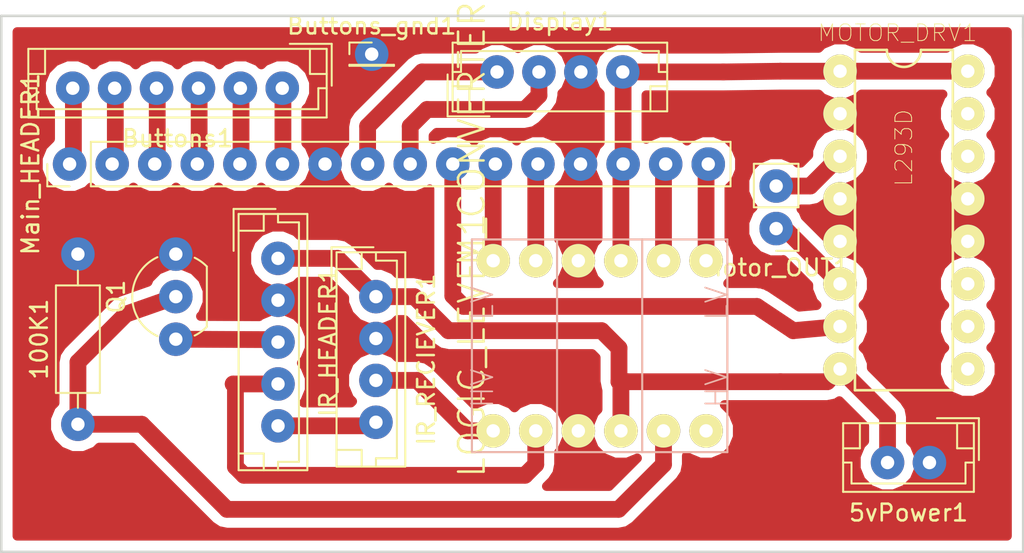
<source format=kicad_pcb>
(kicad_pcb (version 4) (host pcbnew 4.0.6-e0-6349~52~ubuntu17.04.1)

  (general
    (links 44)
    (no_connects 0)
    (area 90.348999 72.076001 151.459001 105.231001)
    (thickness 1.6)
    (drawings 6)
    (tracks 84)
    (zones 0)
    (modules 12)
    (nets 30)
  )

  (page A4)
  (layers
    (0 F.Cu signal)
    (31 B.Cu signal)
    (32 B.Adhes user)
    (33 F.Adhes user)
    (34 B.Paste user)
    (35 F.Paste user)
    (36 B.SilkS user)
    (37 F.SilkS user)
    (38 B.Mask user)
    (39 F.Mask user)
    (40 Dwgs.User user)
    (41 Cmts.User user)
    (42 Eco1.User user)
    (43 Eco2.User user)
    (44 Edge.Cuts user)
    (45 Margin user)
    (46 B.CrtYd user)
    (47 F.CrtYd user)
    (48 B.Fab user)
    (49 F.Fab user)
  )

  (setup
    (last_trace_width 1)
    (trace_clearance 0.2)
    (zone_clearance 0.6)
    (zone_45_only no)
    (trace_min 0.2)
    (segment_width 0.2)
    (edge_width 0.15)
    (via_size 0.6)
    (via_drill 0.4)
    (via_min_size 0.4)
    (via_min_drill 0.3)
    (uvia_size 0.3)
    (uvia_drill 0.1)
    (uvias_allowed no)
    (uvia_min_size 0.2)
    (uvia_min_drill 0.1)
    (pcb_text_width 0.3)
    (pcb_text_size 1.5 1.5)
    (mod_edge_width 0.15)
    (mod_text_size 1 1)
    (mod_text_width 0.15)
    (pad_size 2 2)
    (pad_drill 0.8)
    (pad_to_mask_clearance 0.2)
    (aux_axis_origin 90.424 105.156)
    (visible_elements FFFFFF7F)
    (pcbplotparams
      (layerselection 0x01000_00000001)
      (usegerberextensions false)
      (excludeedgelayer true)
      (linewidth 0.100000)
      (plotframeref false)
      (viasonmask false)
      (mode 1)
      (useauxorigin true)
      (hpglpennumber 1)
      (hpglpenspeed 20)
      (hpglpendiameter 15)
      (hpglpenoverlay 2)
      (psnegative false)
      (psa4output false)
      (plotreference true)
      (plotvalue true)
      (plotinvisibletext false)
      (padsonsilk false)
      (subtractmaskfromsilk false)
      (outputformat 1)
      (mirror false)
      (drillshape 0)
      (scaleselection 1)
      (outputdirectory gerber/))
  )

  (net 0 "")
  (net 1 GND)
  (net 2 +5V)
  (net 3 "Net-(100K1-Pad1)")
  (net 4 "Net-(Buttons1-Pad2)")
  (net 5 "Net-(Buttons1-Pad3)")
  (net 6 "Net-(Buttons1-Pad4)")
  (net 7 "Net-(Buttons1-Pad5)")
  (net 8 "Net-(Buttons1-Pad6)")
  (net 9 "Net-(Display1-Pad1)")
  (net 10 "Net-(Display1-Pad2)")
  (net 11 +3V3)
  (net 12 /IR_GND)
  (net 13 /M_FLASH_DI)
  (net 14 /HIT_LED_DI)
  (net 15 "Net-(M1-PadP$1)")
  (net 16 "Net-(M1-PadP$2)")
  (net 17 "Net-(M1-PadP$5)")
  (net 18 "Net-(M1-PadP$6)")
  (net 19 /IR_REC)
  (net 20 /MOTOR_ON)
  (net 21 "Net-(MOTOR_DRV1-Pad3)")
  (net 22 "Net-(MOTOR_DRV1-Pad6)")
  (net 23 "Net-(MOTOR_DRV1-Pad9)")
  (net 24 "Net-(MOTOR_DRV1-Pad10)")
  (net 25 "Net-(MOTOR_DRV1-Pad11)")
  (net 26 "Net-(MOTOR_DRV1-Pad14)")
  (net 27 "Net-(MOTOR_DRV1-Pad15)")
  (net 28 "Net-(M1-PadP$12)")
  (net 29 "Net-(Buttons1-Pad1)")

  (net_class Default "This is the default net class."
    (clearance 0.2)
    (trace_width 1)
    (via_dia 0.6)
    (via_drill 0.4)
    (uvia_dia 0.3)
    (uvia_drill 0.1)
    (add_net +3V3)
    (add_net +5V)
    (add_net /HIT_LED_DI)
    (add_net /IR_GND)
    (add_net /IR_REC)
    (add_net /MOTOR_ON)
    (add_net /M_FLASH_DI)
    (add_net GND)
    (add_net "Net-(100K1-Pad1)")
    (add_net "Net-(Buttons1-Pad1)")
    (add_net "Net-(Buttons1-Pad2)")
    (add_net "Net-(Buttons1-Pad3)")
    (add_net "Net-(Buttons1-Pad4)")
    (add_net "Net-(Buttons1-Pad5)")
    (add_net "Net-(Buttons1-Pad6)")
    (add_net "Net-(Display1-Pad1)")
    (add_net "Net-(Display1-Pad2)")
    (add_net "Net-(M1-PadP$1)")
    (add_net "Net-(M1-PadP$12)")
    (add_net "Net-(M1-PadP$2)")
    (add_net "Net-(M1-PadP$5)")
    (add_net "Net-(M1-PadP$6)")
    (add_net "Net-(MOTOR_DRV1-Pad10)")
    (add_net "Net-(MOTOR_DRV1-Pad11)")
    (add_net "Net-(MOTOR_DRV1-Pad14)")
    (add_net "Net-(MOTOR_DRV1-Pad15)")
    (add_net "Net-(MOTOR_DRV1-Pad3)")
    (add_net "Net-(MOTOR_DRV1-Pad6)")
    (add_net "Net-(MOTOR_DRV1-Pad9)")
  )

  (module SparkFun-Boards:LOGIC_LEVEL_CONVERTER (layer F.Cu) (tedit 59669E1C) (tstamp 596690AF)
    (at 118.5 86.5 270)
    (path /5966574C)
    (attr virtual)
    (fp_text reference M1 (at 0 0 270) (layer F.SilkS)
      (effects (font (thickness 0.15)))
    )
    (fp_text value LOGIC_LEVEL_CONVERTER (at 0 0 270) (layer F.SilkS)
      (effects (font (thickness 0.15)))
    )
    (fp_line (start 0 0) (end 0 -5.08) (layer B.SilkS) (width 0.127))
    (fp_line (start 0 -5.08) (end 0 -10.16) (layer B.SilkS) (width 0.127))
    (fp_line (start 0 -10.16) (end 0 -15.24) (layer B.SilkS) (width 0.127))
    (fp_line (start 0 -15.24) (end 12.7 -15.24) (layer B.SilkS) (width 0.127))
    (fp_line (start 12.7 -15.24) (end 12.7 -10.16) (layer B.SilkS) (width 0.127))
    (fp_line (start 12.7 -10.16) (end 12.7 -5.08) (layer B.SilkS) (width 0.127))
    (fp_line (start 12.7 -5.08) (end 12.7 0) (layer B.SilkS) (width 0.127))
    (fp_line (start 12.7 0) (end 0 0) (layer B.SilkS) (width 0.127))
    (fp_line (start 0 -10.16) (end 12.7 -10.16) (layer B.SilkS) (width 0.127))
    (fp_line (start 0 -5.08) (end 12.7 -5.08) (layer B.SilkS) (width 0.127))
    (fp_text user LV (at 3.81 -14.605 270) (layer B.SilkS)
      (effects (font (size 1.27 1.27) (thickness 0.1016)))
    )
    (fp_text user LV (at 3.81 -0.635 270) (layer B.SilkS)
      (effects (font (size 1.27 1.27) (thickness 0.1016)))
    )
    (fp_text user HV (at 8.89 -14.605 270) (layer B.SilkS)
      (effects (font (size 1.27 1.27) (thickness 0.1016)))
    )
    (fp_text user HV (at 8.89 -0.635 270) (layer B.SilkS)
      (effects (font (size 1.27 1.27) (thickness 0.1016)))
    )
    (pad P$1 thru_hole circle (at 1.27 -13.97 270) (size 2 2) (drill 0.8) (layers *.Cu F.Paste F.SilkS F.Mask)
      (net 15 "Net-(M1-PadP$1)"))
    (pad P$2 thru_hole circle (at 1.27 -11.43 270) (size 2 2) (drill 0.8) (layers *.Cu F.Paste F.SilkS F.Mask)
      (net 16 "Net-(M1-PadP$2)"))
    (pad P$3 thru_hole circle (at 1.27 -8.89 270) (size 2 2) (drill 0.8) (layers *.Cu F.Paste F.SilkS F.Mask)
      (net 11 +3V3))
    (pad P$4 thru_hole circle (at 1.27 -6.35 270) (size 2 2) (drill 0.8) (layers *.Cu F.Paste F.SilkS F.Mask)
      (net 1 GND))
    (pad P$5 thru_hole circle (at 1.27 -3.81 270) (size 2 2) (drill 0.8) (layers *.Cu F.Paste F.SilkS F.Mask)
      (net 17 "Net-(M1-PadP$5)"))
    (pad P$6 thru_hole circle (at 1.27 -1.27 270) (size 2 2) (drill 0.8) (layers *.Cu F.Paste F.SilkS F.Mask)
      (net 18 "Net-(M1-PadP$6)"))
    (pad P$7 thru_hole circle (at 11.43 -1.27 270) (size 2 2) (drill 0.8) (layers *.Cu F.Paste F.SilkS F.Mask)
      (net 19 /IR_REC))
    (pad P$8 thru_hole circle (at 11.43 -3.81 270) (size 2 2) (drill 0.8) (layers *.Cu F.Paste F.SilkS F.Mask)
      (net 13 /M_FLASH_DI))
    (pad P$9 thru_hole circle (at 11.43 -6.35 270) (size 2 2) (drill 0.8) (layers *.Cu F.Paste F.SilkS F.Mask)
      (net 1 GND))
    (pad P$10 thru_hole circle (at 11.43 -8.89 270) (size 2 2) (drill 0.8) (layers *.Cu F.Paste F.SilkS F.Mask)
      (net 2 +5V))
    (pad P$11 thru_hole circle (at 11.43 -11.43 270) (size 2 2) (drill 0.8) (layers *.Cu F.Paste F.SilkS F.Mask)
      (net 3 "Net-(100K1-Pad1)"))
    (pad P$12 thru_hole circle (at 11.43 -13.97 270) (size 2 2) (drill 0.8) (layers *.Cu F.Paste F.SilkS F.Mask)
      (net 28 "Net-(M1-PadP$12)"))
  )

  (module Socket_Strips:Socket_Strip_Straight_1x16_Pitch2.54mm (layer F.Cu) (tedit 59669C83) (tstamp 596690C3)
    (at 94.5 82 90)
    (descr "Through hole straight socket strip, 1x16, 2.54mm pitch, single row")
    (tags "Through hole socket strip THT 1x16 2.54mm single row")
    (path /596655A8)
    (fp_text reference Main_HEADER1 (at 0 -2.33 90) (layer F.SilkS)
      (effects (font (size 1 1) (thickness 0.15)))
    )
    (fp_text value CONN_01X16 (at 0 40.43 90) (layer F.Fab)
      (effects (font (size 1 1) (thickness 0.15)))
    )
    (fp_line (start -1.27 -1.27) (end -1.27 39.37) (layer F.Fab) (width 0.1))
    (fp_line (start -1.27 39.37) (end 1.27 39.37) (layer F.Fab) (width 0.1))
    (fp_line (start 1.27 39.37) (end 1.27 -1.27) (layer F.Fab) (width 0.1))
    (fp_line (start 1.27 -1.27) (end -1.27 -1.27) (layer F.Fab) (width 0.1))
    (fp_line (start -1.33 1.27) (end -1.33 39.43) (layer F.SilkS) (width 0.12))
    (fp_line (start -1.33 39.43) (end 1.33 39.43) (layer F.SilkS) (width 0.12))
    (fp_line (start 1.33 39.43) (end 1.33 1.27) (layer F.SilkS) (width 0.12))
    (fp_line (start 1.33 1.27) (end -1.33 1.27) (layer F.SilkS) (width 0.12))
    (fp_line (start -1.33 0) (end -1.33 -1.33) (layer F.SilkS) (width 0.12))
    (fp_line (start -1.33 -1.33) (end 0 -1.33) (layer F.SilkS) (width 0.12))
    (fp_line (start -1.8 -1.8) (end -1.8 39.9) (layer F.CrtYd) (width 0.05))
    (fp_line (start -1.8 39.9) (end 1.8 39.9) (layer F.CrtYd) (width 0.05))
    (fp_line (start 1.8 39.9) (end 1.8 -1.8) (layer F.CrtYd) (width 0.05))
    (fp_line (start 1.8 -1.8) (end -1.8 -1.8) (layer F.CrtYd) (width 0.05))
    (fp_text user %R (at 0 -2.33 90) (layer F.Fab)
      (effects (font (size 1 1) (thickness 0.15)))
    )
    (pad 1 thru_hole circle (at 0 0 90) (size 2 2) (drill 0.8) (layers *.Cu *.Mask)
      (net 8 "Net-(Buttons1-Pad6)"))
    (pad 2 thru_hole circle (at 0 2.54 90) (size 2 2) (drill 0.8) (layers *.Cu *.Mask)
      (net 7 "Net-(Buttons1-Pad5)"))
    (pad 3 thru_hole circle (at 0 5.08 90) (size 2 2) (drill 0.8) (layers *.Cu *.Mask)
      (net 6 "Net-(Buttons1-Pad4)"))
    (pad 4 thru_hole circle (at 0 7.62 90) (size 2 2) (drill 0.8) (layers *.Cu *.Mask)
      (net 5 "Net-(Buttons1-Pad3)"))
    (pad 5 thru_hole circle (at 0 10.16 90) (size 2 2) (drill 0.8) (layers *.Cu *.Mask)
      (net 4 "Net-(Buttons1-Pad2)"))
    (pad 6 thru_hole circle (at 0 12.7 90) (size 2 2) (drill 0.8) (layers *.Cu *.Mask)
      (net 29 "Net-(Buttons1-Pad1)"))
    (pad 7 thru_hole circle (at 0 15.24 90) (size 2 2) (drill 0.8) (layers *.Cu *.Mask)
      (net 1 GND))
    (pad 8 thru_hole circle (at 0 17.78 90) (size 2 2) (drill 0.8) (layers *.Cu *.Mask)
      (net 9 "Net-(Display1-Pad1)"))
    (pad 9 thru_hole circle (at 0 20.32 90) (size 2 2) (drill 0.8) (layers *.Cu *.Mask)
      (net 10 "Net-(Display1-Pad2)"))
    (pad 10 thru_hole circle (at 0 22.86 90) (size 2 2) (drill 0.8) (layers *.Cu *.Mask)
      (net 20 /MOTOR_ON))
    (pad 11 thru_hole circle (at 0 25.4 90) (size 2 2) (drill 0.8) (layers *.Cu *.Mask)
      (net 18 "Net-(M1-PadP$6)"))
    (pad 12 thru_hole circle (at 0 27.94 90) (size 2 2) (drill 0.8) (layers *.Cu *.Mask)
      (net 17 "Net-(M1-PadP$5)"))
    (pad 13 thru_hole circle (at 0 30.48 90) (size 2 2) (drill 0.8) (layers *.Cu *.Mask)
      (net 1 GND))
    (pad 14 thru_hole circle (at 0 33.02 90) (size 2 2) (drill 0.8) (layers *.Cu *.Mask)
      (net 11 +3V3))
    (pad 15 thru_hole circle (at 0 35.56 90) (size 2 2) (drill 0.8) (layers *.Cu *.Mask)
      (net 16 "Net-(M1-PadP$2)"))
    (pad 16 thru_hole circle (at 0 38.1 90) (size 2 2) (drill 0.8) (layers *.Cu *.Mask)
      (net 15 "Net-(M1-PadP$1)"))
    (model ${KISYS3DMOD}/Socket_Strips.3dshapes/Socket_Strip_Straight_1x16_Pitch2.54mm.wrl
      (at (xyz 0 -0.75 0))
      (scale (xyz 1 1 1))
      (rotate (xyz 0 0 270))
    )
  )

  (module L293D:DIL16 (layer F.Cu) (tedit 59669E79) (tstamp 596690D7)
    (at 144.272 85.344 270)
    (descr "<b>Dual In Line Package</b>")
    (path /59665694)
    (fp_text reference MOTOR_DRV1 (at -11.176 0.381 360) (layer F.SilkS)
      (effects (font (size 1 1) (thickness 0.05)))
    )
    (fp_text value L293D (at -4.318 0 270) (layer F.SilkS)
      (effects (font (size 1 1) (thickness 0.05)))
    )
    (fp_line (start 10.16 -2.921) (end -10.16 -2.921) (layer F.SilkS) (width 0.1524))
    (fp_line (start -10.16 2.921) (end 10.16 2.921) (layer F.SilkS) (width 0.1524))
    (fp_line (start 10.16 -2.921) (end 10.16 2.921) (layer F.SilkS) (width 0.1524))
    (fp_line (start -10.16 -2.921) (end -10.16 -1.016) (layer F.SilkS) (width 0.1524))
    (fp_line (start -10.16 2.921) (end -10.16 1.016) (layer F.SilkS) (width 0.1524))
    (fp_arc (start -10.16 0) (end -10.16 1.016) (angle -180) (layer F.SilkS) (width 0.1524))
    (pad 1 thru_hole circle (at -8.89 3.81) (size 2 2) (drill 0.8) (layers *.Cu *.Mask F.SilkS)
      (net 11 +3V3))
    (pad 2 thru_hole circle (at -6.35 3.81) (size 2 2) (drill 0.8) (layers *.Cu *.Mask F.SilkS)
      (net 1 GND))
    (pad 7 thru_hole circle (at 6.35 3.81) (size 2 2) (drill 0.8) (layers *.Cu *.Mask F.SilkS)
      (net 20 /MOTOR_ON))
    (pad 8 thru_hole circle (at 8.89 3.81) (size 2 2) (drill 0.8) (layers *.Cu *.Mask F.SilkS)
      (net 2 +5V))
    (pad 3 thru_hole circle (at -3.81 3.81) (size 2 2) (drill 0.8) (layers *.Cu *.Mask F.SilkS)
      (net 21 "Net-(MOTOR_DRV1-Pad3)"))
    (pad 4 thru_hole circle (at -1.27 3.81) (size 2 2) (drill 0.8) (layers *.Cu *.Mask F.SilkS)
      (net 1 GND))
    (pad 6 thru_hole circle (at 3.81 3.81) (size 2 2) (drill 0.8) (layers *.Cu *.Mask F.SilkS)
      (net 22 "Net-(MOTOR_DRV1-Pad6)"))
    (pad 5 thru_hole circle (at 1.27 3.81) (size 2 2) (drill 0.8) (layers *.Cu *.Mask F.SilkS)
      (net 1 GND))
    (pad 9 thru_hole circle (at 8.89 -3.81) (size 2 2) (drill 0.8) (layers *.Cu *.Mask F.SilkS)
      (net 23 "Net-(MOTOR_DRV1-Pad9)"))
    (pad 10 thru_hole circle (at 6.35 -3.81) (size 2 2) (drill 0.8) (layers *.Cu *.Mask F.SilkS)
      (net 24 "Net-(MOTOR_DRV1-Pad10)"))
    (pad 11 thru_hole circle (at 3.81 -3.81) (size 2 2) (drill 0.8) (layers *.Cu *.Mask F.SilkS)
      (net 25 "Net-(MOTOR_DRV1-Pad11)"))
    (pad 12 thru_hole circle (at 1.27 -3.81) (size 2 2) (drill 0.8) (layers *.Cu *.Mask F.SilkS)
      (net 1 GND))
    (pad 13 thru_hole circle (at -1.27 -3.81) (size 2 2) (drill 0.8) (layers *.Cu *.Mask F.SilkS)
      (net 1 GND))
    (pad 14 thru_hole circle (at -3.81 -3.81) (size 2 2) (drill 0.8) (layers *.Cu *.Mask F.SilkS)
      (net 26 "Net-(MOTOR_DRV1-Pad14)"))
    (pad 15 thru_hole circle (at -6.35 -3.81) (size 2 2) (drill 0.8) (layers *.Cu *.Mask F.SilkS)
      (net 27 "Net-(MOTOR_DRV1-Pad15)"))
    (pad 16 thru_hole circle (at -8.89 -3.81) (size 2 2) (drill 0.8) (layers *.Cu *.Mask F.SilkS)
      (net 11 +3V3))
  )

  (module Socket_Strips:Socket_Strip_Straight_1x02_Pitch2.54mm (layer F.Cu) (tedit 59669E56) (tstamp 596690DD)
    (at 136.652 85.852 180)
    (descr "Through hole straight socket strip, 1x02, 2.54mm pitch, single row")
    (tags "Through hole socket strip THT 1x02 2.54mm single row")
    (path /59665934)
    (fp_text reference Motor_OUT1 (at 0 -2.33 180) (layer F.SilkS)
      (effects (font (size 1 1) (thickness 0.15)))
    )
    (fp_text value CONN_01X02 (at 0 4.87 180) (layer F.Fab)
      (effects (font (size 1 1) (thickness 0.15)))
    )
    (fp_line (start -1.27 -1.27) (end -1.27 3.81) (layer F.Fab) (width 0.1))
    (fp_line (start -1.27 3.81) (end 1.27 3.81) (layer F.Fab) (width 0.1))
    (fp_line (start 1.27 3.81) (end 1.27 -1.27) (layer F.Fab) (width 0.1))
    (fp_line (start 1.27 -1.27) (end -1.27 -1.27) (layer F.Fab) (width 0.1))
    (fp_line (start -1.33 1.27) (end -1.33 3.87) (layer F.SilkS) (width 0.12))
    (fp_line (start -1.33 3.87) (end 1.33 3.87) (layer F.SilkS) (width 0.12))
    (fp_line (start 1.33 3.87) (end 1.33 1.27) (layer F.SilkS) (width 0.12))
    (fp_line (start 1.33 1.27) (end -1.33 1.27) (layer F.SilkS) (width 0.12))
    (fp_line (start -1.33 0) (end -1.33 -1.33) (layer F.SilkS) (width 0.12))
    (fp_line (start -1.33 -1.33) (end 0 -1.33) (layer F.SilkS) (width 0.12))
    (fp_line (start -1.8 -1.8) (end -1.8 4.35) (layer F.CrtYd) (width 0.05))
    (fp_line (start -1.8 4.35) (end 1.8 4.35) (layer F.CrtYd) (width 0.05))
    (fp_line (start 1.8 4.35) (end 1.8 -1.8) (layer F.CrtYd) (width 0.05))
    (fp_line (start 1.8 -1.8) (end -1.8 -1.8) (layer F.CrtYd) (width 0.05))
    (fp_text user %R (at 0 -2.33 180) (layer F.Fab)
      (effects (font (size 1 1) (thickness 0.15)))
    )
    (pad 1 thru_hole circle (at 0 0 180) (size 2 2) (drill 0.8) (layers *.Cu *.Mask)
      (net 22 "Net-(MOTOR_DRV1-Pad6)"))
    (pad 2 thru_hole circle (at 0 2.54 180) (size 2 2) (drill 0.8) (layers *.Cu *.Mask)
      (net 21 "Net-(MOTOR_DRV1-Pad3)"))
    (model ${KISYS3DMOD}/Socket_Strips.3dshapes/Socket_Strip_Straight_1x02_Pitch2.54mm.wrl
      (at (xyz 0 -0.05 0))
      (scale (xyz 1 1 1))
      (rotate (xyz 0 0 270))
    )
  )

  (module Resistors_THT:R_Axial_DIN0207_L6.3mm_D2.5mm_P10.16mm_Horizontal (layer F.Cu) (tedit 59669D0D) (tstamp 596692D0)
    (at 94.996 97.536 90)
    (descr "Resistor, Axial_DIN0207 series, Axial, Horizontal, pin pitch=10.16mm, 0.25W = 1/4W, length*diameter=6.3*2.5mm^2, http://cdn-reichelt.de/documents/datenblatt/B400/1_4W%23YAG.pdf")
    (tags "Resistor Axial_DIN0207 series Axial Horizontal pin pitch 10.16mm 0.25W = 1/4W length 6.3mm diameter 2.5mm")
    (path /59667209)
    (fp_text reference 100K1 (at 5.08 -2.31 90) (layer F.SilkS)
      (effects (font (size 1 1) (thickness 0.15)))
    )
    (fp_text value R (at 5.08 2.31 90) (layer F.Fab)
      (effects (font (size 1 1) (thickness 0.15)))
    )
    (fp_line (start 1.93 -1.25) (end 1.93 1.25) (layer F.Fab) (width 0.1))
    (fp_line (start 1.93 1.25) (end 8.23 1.25) (layer F.Fab) (width 0.1))
    (fp_line (start 8.23 1.25) (end 8.23 -1.25) (layer F.Fab) (width 0.1))
    (fp_line (start 8.23 -1.25) (end 1.93 -1.25) (layer F.Fab) (width 0.1))
    (fp_line (start 0 0) (end 1.93 0) (layer F.Fab) (width 0.1))
    (fp_line (start 10.16 0) (end 8.23 0) (layer F.Fab) (width 0.1))
    (fp_line (start 1.87 -1.31) (end 1.87 1.31) (layer F.SilkS) (width 0.12))
    (fp_line (start 1.87 1.31) (end 8.29 1.31) (layer F.SilkS) (width 0.12))
    (fp_line (start 8.29 1.31) (end 8.29 -1.31) (layer F.SilkS) (width 0.12))
    (fp_line (start 8.29 -1.31) (end 1.87 -1.31) (layer F.SilkS) (width 0.12))
    (fp_line (start 0.98 0) (end 1.87 0) (layer F.SilkS) (width 0.12))
    (fp_line (start 9.18 0) (end 8.29 0) (layer F.SilkS) (width 0.12))
    (fp_line (start -1.05 -1.6) (end -1.05 1.6) (layer F.CrtYd) (width 0.05))
    (fp_line (start -1.05 1.6) (end 11.25 1.6) (layer F.CrtYd) (width 0.05))
    (fp_line (start 11.25 1.6) (end 11.25 -1.6) (layer F.CrtYd) (width 0.05))
    (fp_line (start 11.25 -1.6) (end -1.05 -1.6) (layer F.CrtYd) (width 0.05))
    (pad 1 thru_hole circle (at 0 0 90) (size 2 2) (drill 0.8) (layers *.Cu *.Mask)
      (net 3 "Net-(100K1-Pad1)"))
    (pad 2 thru_hole circle (at 10.16 0 90) (size 2 2) (drill 0.8) (layers *.Cu *.Mask)
      (net 1 GND))
    (model Resistors_THT.3dshapes/R_Axial_DIN0207_L6.3mm_D2.5mm_P10.16mm_Horizontal.wrl
      (at (xyz 0 0 0))
      (scale (xyz 0.393701 0.393701 0.393701))
      (rotate (xyz 0 0 0))
    )
  )

  (module TO_SOT_Packages_THT:TO-92_Inline_Wide (layer F.Cu) (tedit 59669DDF) (tstamp 59669F32)
    (at 100.838 92.456 90)
    (descr "TO-92 leads in-line, wide, drill 0.8mm (see NXP sot054_po.pdf)")
    (tags "to-92 sc-43 sc-43a sot54 PA33 transistor")
    (path /596671C4)
    (fp_text reference Q1 (at 2.54 -3.56 270) (layer F.SilkS)
      (effects (font (size 1 1) (thickness 0.15)))
    )
    (fp_text value BS170 (at 2.54 2.79 90) (layer F.Fab)
      (effects (font (size 1 1) (thickness 0.15)))
    )
    (fp_text user %R (at 2.54 -3.56 270) (layer F.Fab)
      (effects (font (size 1 1) (thickness 0.15)))
    )
    (fp_line (start 0.74 1.85) (end 4.34 1.85) (layer F.SilkS) (width 0.12))
    (fp_line (start 0.8 1.75) (end 4.3 1.75) (layer F.Fab) (width 0.1))
    (fp_line (start -1.01 -2.73) (end 6.09 -2.73) (layer F.CrtYd) (width 0.05))
    (fp_line (start -1.01 -2.73) (end -1.01 2.01) (layer F.CrtYd) (width 0.05))
    (fp_line (start 6.09 2.01) (end 6.09 -2.73) (layer F.CrtYd) (width 0.05))
    (fp_line (start 6.09 2.01) (end -1.01 2.01) (layer F.CrtYd) (width 0.05))
    (fp_arc (start 2.54 0) (end 0.74 1.85) (angle 20) (layer F.SilkS) (width 0.12))
    (fp_arc (start 2.54 0) (end 2.54 -2.6) (angle -65) (layer F.SilkS) (width 0.12))
    (fp_arc (start 2.54 0) (end 2.54 -2.6) (angle 65) (layer F.SilkS) (width 0.12))
    (fp_arc (start 2.54 0) (end 2.54 -2.48) (angle 135) (layer F.Fab) (width 0.1))
    (fp_arc (start 2.54 0) (end 2.54 -2.48) (angle -135) (layer F.Fab) (width 0.1))
    (fp_arc (start 2.54 0) (end 4.34 1.85) (angle -20) (layer F.SilkS) (width 0.12))
    (pad 2 thru_hole circle (at 2.54 0 180) (size 2 2) (drill 0.8) (layers *.Cu *.Mask)
      (net 3 "Net-(100K1-Pad1)"))
    (pad 3 thru_hole circle (at 5.08 0 180) (size 2 2) (drill 0.8) (layers *.Cu *.Mask)
      (net 1 GND))
    (pad 1 thru_hole circle (at 0 0 180) (size 2 2) (drill 0.8) (layers *.Cu *.Mask)
      (net 12 /IR_GND))
    (model ${KISYS3DMOD}/TO_SOT_Packages_THT.3dshapes/TO-92_Inline_Wide.wrl
      (at (xyz 0.1 0 0))
      (scale (xyz 1 1 1))
      (rotate (xyz 0 0 -90))
    )
  )

  (module Connectors_JST:JST_EH_B02B-EH-A_02x2.50mm_Straight (layer F.Cu) (tedit 596A1776) (tstamp 596A0EF8)
    (at 145.796 99.822 180)
    (descr "JST EH series connector, B02B-EH-A, 2.50mm pitch, top entry")
    (tags "connector jst eh top vertical straight")
    (path /59666652)
    (fp_text reference 5vPower1 (at 1.25 -3 180) (layer F.SilkS)
      (effects (font (size 1 1) (thickness 0.15)))
    )
    (fp_text value CONN_01X02 (at 1.25 3.5 180) (layer F.Fab)
      (effects (font (size 1 1) (thickness 0.15)))
    )
    (fp_text user %R (at 1.25 -3 180) (layer F.Fab)
      (effects (font (size 1 1) (thickness 0.15)))
    )
    (fp_line (start -2.5 -1.6) (end -2.5 2.2) (layer F.Fab) (width 0.1))
    (fp_line (start -2.5 2.2) (end 5 2.2) (layer F.Fab) (width 0.1))
    (fp_line (start 5 2.2) (end 5 -1.6) (layer F.Fab) (width 0.1))
    (fp_line (start 5 -1.6) (end -2.5 -1.6) (layer F.Fab) (width 0.1))
    (fp_line (start -2.65 -1.75) (end -2.65 2.35) (layer F.SilkS) (width 0.12))
    (fp_line (start -2.65 2.35) (end 5.15 2.35) (layer F.SilkS) (width 0.12))
    (fp_line (start 5.15 2.35) (end 5.15 -1.75) (layer F.SilkS) (width 0.12))
    (fp_line (start 5.15 -1.75) (end -2.65 -1.75) (layer F.SilkS) (width 0.12))
    (fp_line (start -2.65 0) (end -2.15 0) (layer F.SilkS) (width 0.12))
    (fp_line (start -2.15 0) (end -2.15 -1.25) (layer F.SilkS) (width 0.12))
    (fp_line (start -2.15 -1.25) (end 4.65 -1.25) (layer F.SilkS) (width 0.12))
    (fp_line (start 4.65 -1.25) (end 4.65 0) (layer F.SilkS) (width 0.12))
    (fp_line (start 4.65 0) (end 5.15 0) (layer F.SilkS) (width 0.12))
    (fp_line (start -2.65 0.85) (end -1.65 0.85) (layer F.SilkS) (width 0.12))
    (fp_line (start -1.65 0.85) (end -1.65 2.35) (layer F.SilkS) (width 0.12))
    (fp_line (start 5.15 0.85) (end 4.15 0.85) (layer F.SilkS) (width 0.12))
    (fp_line (start 4.15 0.85) (end 4.15 2.35) (layer F.SilkS) (width 0.12))
    (fp_line (start -2.95 0.15) (end -2.95 2.65) (layer F.SilkS) (width 0.12))
    (fp_line (start -2.95 2.65) (end -0.45 2.65) (layer F.SilkS) (width 0.12))
    (fp_line (start -2.95 0.15) (end -2.95 2.65) (layer F.Fab) (width 0.1))
    (fp_line (start -2.95 2.65) (end -0.45 2.65) (layer F.Fab) (width 0.1))
    (fp_line (start -3.15 -2.25) (end -3.15 2.85) (layer F.CrtYd) (width 0.05))
    (fp_line (start -3.15 2.85) (end 5.65 2.85) (layer F.CrtYd) (width 0.05))
    (fp_line (start 5.65 2.85) (end 5.65 -2.25) (layer F.CrtYd) (width 0.05))
    (fp_line (start 5.65 -2.25) (end -3.15 -2.25) (layer F.CrtYd) (width 0.05))
    (pad 1 thru_hole circle (at 0 0 180) (size 2 2) (drill 0.8) (layers *.Cu *.Mask)
      (net 1 GND))
    (pad 2 thru_hole circle (at 2.5 0 180) (size 2 2) (drill 0.8) (layers *.Cu *.Mask)
      (net 2 +5V))
    (model Connectors_JST.3dshapes/JST_EH_B02B-EH-A_02x2.50mm_Straight.wrl
      (at (xyz 0 0 0))
      (scale (xyz 1 1 1))
      (rotate (xyz 0 0 0))
    )
  )

  (module Connectors_JST:JST_EH_B04B-EH-A_04x2.50mm_Straight (layer F.Cu) (tedit 596A1034) (tstamp 596A0FE0)
    (at 120 76.5)
    (descr "JST EH series connector, B04B-EH-A, 2.50mm pitch, top entry")
    (tags "connector jst eh top vertical straight")
    (path /596661F2)
    (fp_text reference Display1 (at 3.75 -3) (layer F.SilkS)
      (effects (font (size 1 1) (thickness 0.15)))
    )
    (fp_text value CONN_01X04 (at 3.75 3.5) (layer F.Fab)
      (effects (font (size 1 1) (thickness 0.15)))
    )
    (fp_text user %R (at 3.75 -3) (layer F.Fab)
      (effects (font (size 1 1) (thickness 0.15)))
    )
    (fp_line (start -2.5 -1.6) (end -2.5 2.2) (layer F.Fab) (width 0.1))
    (fp_line (start -2.5 2.2) (end 10 2.2) (layer F.Fab) (width 0.1))
    (fp_line (start 10 2.2) (end 10 -1.6) (layer F.Fab) (width 0.1))
    (fp_line (start 10 -1.6) (end -2.5 -1.6) (layer F.Fab) (width 0.1))
    (fp_line (start -2.65 -1.75) (end -2.65 2.35) (layer F.SilkS) (width 0.12))
    (fp_line (start -2.65 2.35) (end 10.15 2.35) (layer F.SilkS) (width 0.12))
    (fp_line (start 10.15 2.35) (end 10.15 -1.75) (layer F.SilkS) (width 0.12))
    (fp_line (start 10.15 -1.75) (end -2.65 -1.75) (layer F.SilkS) (width 0.12))
    (fp_line (start -2.65 0) (end -2.15 0) (layer F.SilkS) (width 0.12))
    (fp_line (start -2.15 0) (end -2.15 -1.25) (layer F.SilkS) (width 0.12))
    (fp_line (start -2.15 -1.25) (end 9.65 -1.25) (layer F.SilkS) (width 0.12))
    (fp_line (start 9.65 -1.25) (end 9.65 0) (layer F.SilkS) (width 0.12))
    (fp_line (start 9.65 0) (end 10.15 0) (layer F.SilkS) (width 0.12))
    (fp_line (start -2.65 0.85) (end -1.65 0.85) (layer F.SilkS) (width 0.12))
    (fp_line (start -1.65 0.85) (end -1.65 2.35) (layer F.SilkS) (width 0.12))
    (fp_line (start 10.15 0.85) (end 9.15 0.85) (layer F.SilkS) (width 0.12))
    (fp_line (start 9.15 0.85) (end 9.15 2.35) (layer F.SilkS) (width 0.12))
    (fp_line (start -2.95 0.15) (end -2.95 2.65) (layer F.SilkS) (width 0.12))
    (fp_line (start -2.95 2.65) (end -0.45 2.65) (layer F.SilkS) (width 0.12))
    (fp_line (start -2.95 0.15) (end -2.95 2.65) (layer F.Fab) (width 0.1))
    (fp_line (start -2.95 2.65) (end -0.45 2.65) (layer F.Fab) (width 0.1))
    (fp_line (start -3.15 -2.25) (end -3.15 2.85) (layer F.CrtYd) (width 0.05))
    (fp_line (start -3.15 2.85) (end 10.65 2.85) (layer F.CrtYd) (width 0.05))
    (fp_line (start 10.65 2.85) (end 10.65 -2.25) (layer F.CrtYd) (width 0.05))
    (fp_line (start 10.65 -2.25) (end -3.15 -2.25) (layer F.CrtYd) (width 0.05))
    (pad 1 thru_hole circle (at 0 0) (size 2 2) (drill 0.8) (layers *.Cu *.Mask)
      (net 9 "Net-(Display1-Pad1)"))
    (pad 2 thru_hole circle (at 2.5 0) (size 2 2) (drill 0.8) (layers *.Cu *.Mask)
      (net 10 "Net-(Display1-Pad2)"))
    (pad 3 thru_hole circle (at 5 0) (size 2 2) (drill 0.8) (layers *.Cu *.Mask)
      (net 1 GND))
    (pad 4 thru_hole circle (at 7.5 0) (size 2 2) (drill 0.8) (layers *.Cu *.Mask)
      (net 11 +3V3))
    (model Connectors_JST.3dshapes/JST_EH_B04B-EH-A_04x2.50mm_Straight.wrl
      (at (xyz 0 0 0))
      (scale (xyz 1 1 1))
      (rotate (xyz 0 0 0))
    )
  )

  (module Connectors_JST:JST_EH_B05B-EH-A_05x2.50mm_Straight (layer F.Cu) (tedit 596A1749) (tstamp 596A14B0)
    (at 106.934 87.63 270)
    (descr "JST EH series connector, B05B-EH-A, 2.50mm pitch, top entry")
    (tags "connector jst eh top vertical straight")
    (path /596A1441)
    (fp_text reference IR_HEADER1 (at 5 -3 270) (layer F.SilkS)
      (effects (font (size 1 1) (thickness 0.15)))
    )
    (fp_text value CONN_01X05 (at 5 3.5 270) (layer F.Fab)
      (effects (font (size 1 1) (thickness 0.15)))
    )
    (fp_text user %R (at 5 -3 270) (layer F.Fab)
      (effects (font (size 1 1) (thickness 0.15)))
    )
    (fp_line (start -2.5 -1.6) (end -2.5 2.2) (layer F.Fab) (width 0.1))
    (fp_line (start -2.5 2.2) (end 12.5 2.2) (layer F.Fab) (width 0.1))
    (fp_line (start 12.5 2.2) (end 12.5 -1.6) (layer F.Fab) (width 0.1))
    (fp_line (start 12.5 -1.6) (end -2.5 -1.6) (layer F.Fab) (width 0.1))
    (fp_line (start -2.65 -1.75) (end -2.65 2.35) (layer F.SilkS) (width 0.12))
    (fp_line (start -2.65 2.35) (end 12.65 2.35) (layer F.SilkS) (width 0.12))
    (fp_line (start 12.65 2.35) (end 12.65 -1.75) (layer F.SilkS) (width 0.12))
    (fp_line (start 12.65 -1.75) (end -2.65 -1.75) (layer F.SilkS) (width 0.12))
    (fp_line (start -2.65 0) (end -2.15 0) (layer F.SilkS) (width 0.12))
    (fp_line (start -2.15 0) (end -2.15 -1.25) (layer F.SilkS) (width 0.12))
    (fp_line (start -2.15 -1.25) (end 12.15 -1.25) (layer F.SilkS) (width 0.12))
    (fp_line (start 12.15 -1.25) (end 12.15 0) (layer F.SilkS) (width 0.12))
    (fp_line (start 12.15 0) (end 12.65 0) (layer F.SilkS) (width 0.12))
    (fp_line (start -2.65 0.85) (end -1.65 0.85) (layer F.SilkS) (width 0.12))
    (fp_line (start -1.65 0.85) (end -1.65 2.35) (layer F.SilkS) (width 0.12))
    (fp_line (start 12.65 0.85) (end 11.65 0.85) (layer F.SilkS) (width 0.12))
    (fp_line (start 11.65 0.85) (end 11.65 2.35) (layer F.SilkS) (width 0.12))
    (fp_line (start -2.95 0.15) (end -2.95 2.65) (layer F.SilkS) (width 0.12))
    (fp_line (start -2.95 2.65) (end -0.45 2.65) (layer F.SilkS) (width 0.12))
    (fp_line (start -2.95 0.15) (end -2.95 2.65) (layer F.Fab) (width 0.1))
    (fp_line (start -2.95 2.65) (end -0.45 2.65) (layer F.Fab) (width 0.1))
    (fp_line (start -3.15 -2.25) (end -3.15 2.85) (layer F.CrtYd) (width 0.05))
    (fp_line (start -3.15 2.85) (end 13.15 2.85) (layer F.CrtYd) (width 0.05))
    (fp_line (start 13.15 2.85) (end 13.15 -2.25) (layer F.CrtYd) (width 0.05))
    (fp_line (start 13.15 -2.25) (end -3.15 -2.25) (layer F.CrtYd) (width 0.05))
    (pad 1 thru_hole circle (at 0 0 270) (size 2 2) (drill 0.8) (layers *.Cu *.Mask)
      (net 2 +5V))
    (pad 2 thru_hole circle (at 2.5 0 270) (size 2 2) (drill 0.8) (layers *.Cu *.Mask)
      (net 1 GND))
    (pad 3 thru_hole circle (at 5 0 270) (size 2 2) (drill 0.8) (layers *.Cu *.Mask)
      (net 12 /IR_GND))
    (pad 4 thru_hole circle (at 7.5 0 270) (size 2 2) (drill 0.8) (layers *.Cu *.Mask)
      (net 13 /M_FLASH_DI))
    (pad 5 thru_hole circle (at 10 0 270) (size 2 2) (drill 0.8) (layers *.Cu *.Mask)
      (net 14 /HIT_LED_DI))
    (model Connectors_JST.3dshapes/JST_EH_B05B-EH-A_05x2.50mm_Straight.wrl
      (at (xyz 0 0 0))
      (scale (xyz 1 1 1))
      (rotate (xyz 0 0 0))
    )
  )

  (module Connectors_JST:JST_EH_B04B-EH-A_04x2.50mm_Straight (layer F.Cu) (tedit 596A1766) (tstamp 596A14B8)
    (at 112.776 89.916 270)
    (descr "JST EH series connector, B04B-EH-A, 2.50mm pitch, top entry")
    (tags "connector jst eh top vertical straight")
    (path /596A153D)
    (fp_text reference IR_RECIEVER1 (at 3.75 -3 270) (layer F.SilkS)
      (effects (font (size 1 1) (thickness 0.15)))
    )
    (fp_text value CONN_01X04 (at 3.75 3.5 270) (layer F.Fab)
      (effects (font (size 1 1) (thickness 0.15)))
    )
    (fp_text user %R (at 3.75 -3 270) (layer F.Fab)
      (effects (font (size 1 1) (thickness 0.15)))
    )
    (fp_line (start -2.5 -1.6) (end -2.5 2.2) (layer F.Fab) (width 0.1))
    (fp_line (start -2.5 2.2) (end 10 2.2) (layer F.Fab) (width 0.1))
    (fp_line (start 10 2.2) (end 10 -1.6) (layer F.Fab) (width 0.1))
    (fp_line (start 10 -1.6) (end -2.5 -1.6) (layer F.Fab) (width 0.1))
    (fp_line (start -2.65 -1.75) (end -2.65 2.35) (layer F.SilkS) (width 0.12))
    (fp_line (start -2.65 2.35) (end 10.15 2.35) (layer F.SilkS) (width 0.12))
    (fp_line (start 10.15 2.35) (end 10.15 -1.75) (layer F.SilkS) (width 0.12))
    (fp_line (start 10.15 -1.75) (end -2.65 -1.75) (layer F.SilkS) (width 0.12))
    (fp_line (start -2.65 0) (end -2.15 0) (layer F.SilkS) (width 0.12))
    (fp_line (start -2.15 0) (end -2.15 -1.25) (layer F.SilkS) (width 0.12))
    (fp_line (start -2.15 -1.25) (end 9.65 -1.25) (layer F.SilkS) (width 0.12))
    (fp_line (start 9.65 -1.25) (end 9.65 0) (layer F.SilkS) (width 0.12))
    (fp_line (start 9.65 0) (end 10.15 0) (layer F.SilkS) (width 0.12))
    (fp_line (start -2.65 0.85) (end -1.65 0.85) (layer F.SilkS) (width 0.12))
    (fp_line (start -1.65 0.85) (end -1.65 2.35) (layer F.SilkS) (width 0.12))
    (fp_line (start 10.15 0.85) (end 9.15 0.85) (layer F.SilkS) (width 0.12))
    (fp_line (start 9.15 0.85) (end 9.15 2.35) (layer F.SilkS) (width 0.12))
    (fp_line (start -2.95 0.15) (end -2.95 2.65) (layer F.SilkS) (width 0.12))
    (fp_line (start -2.95 2.65) (end -0.45 2.65) (layer F.SilkS) (width 0.12))
    (fp_line (start -2.95 0.15) (end -2.95 2.65) (layer F.Fab) (width 0.1))
    (fp_line (start -2.95 2.65) (end -0.45 2.65) (layer F.Fab) (width 0.1))
    (fp_line (start -3.15 -2.25) (end -3.15 2.85) (layer F.CrtYd) (width 0.05))
    (fp_line (start -3.15 2.85) (end 10.65 2.85) (layer F.CrtYd) (width 0.05))
    (fp_line (start 10.65 2.85) (end 10.65 -2.25) (layer F.CrtYd) (width 0.05))
    (fp_line (start 10.65 -2.25) (end -3.15 -2.25) (layer F.CrtYd) (width 0.05))
    (pad 1 thru_hole circle (at 0 0 270) (size 2 2) (drill 0.8) (layers *.Cu *.Mask)
      (net 2 +5V))
    (pad 2 thru_hole circle (at 2.5 0 270) (size 2 2) (drill 0.8) (layers *.Cu *.Mask)
      (net 1 GND))
    (pad 3 thru_hole circle (at 5 0 270) (size 2 2) (drill 0.8) (layers *.Cu *.Mask)
      (net 19 /IR_REC))
    (pad 4 thru_hole circle (at 7.5 0 270) (size 2 2) (drill 0.8) (layers *.Cu *.Mask)
      (net 14 /HIT_LED_DI))
    (model Connectors_JST.3dshapes/JST_EH_B04B-EH-A_04x2.50mm_Straight.wrl
      (at (xyz 0 0 0))
      (scale (xyz 1 1 1))
      (rotate (xyz 0 0 0))
    )
  )

  (module Connectors_JST:JST_EH_B06B-EH-A_06x2.50mm_Straight (layer F.Cu) (tedit 596A1732) (tstamp 596A1720)
    (at 107.188 77.47 180)
    (descr "JST EH series connector, B06B-EH-A, 2.50mm pitch, top entry")
    (tags "connector jst eh top vertical straight")
    (path /596A19FD)
    (fp_text reference Buttons1 (at 6.25 -3 180) (layer F.SilkS)
      (effects (font (size 1 1) (thickness 0.15)))
    )
    (fp_text value CONN_01X06 (at 6.25 3.5 180) (layer F.Fab)
      (effects (font (size 1 1) (thickness 0.15)))
    )
    (fp_text user %R (at 6.25 -3 180) (layer F.Fab)
      (effects (font (size 1 1) (thickness 0.15)))
    )
    (fp_line (start -2.5 -1.6) (end -2.5 2.2) (layer F.Fab) (width 0.1))
    (fp_line (start -2.5 2.2) (end 15 2.2) (layer F.Fab) (width 0.1))
    (fp_line (start 15 2.2) (end 15 -1.6) (layer F.Fab) (width 0.1))
    (fp_line (start 15 -1.6) (end -2.5 -1.6) (layer F.Fab) (width 0.1))
    (fp_line (start -2.65 -1.75) (end -2.65 2.35) (layer F.SilkS) (width 0.12))
    (fp_line (start -2.65 2.35) (end 15.15 2.35) (layer F.SilkS) (width 0.12))
    (fp_line (start 15.15 2.35) (end 15.15 -1.75) (layer F.SilkS) (width 0.12))
    (fp_line (start 15.15 -1.75) (end -2.65 -1.75) (layer F.SilkS) (width 0.12))
    (fp_line (start -2.65 0) (end -2.15 0) (layer F.SilkS) (width 0.12))
    (fp_line (start -2.15 0) (end -2.15 -1.25) (layer F.SilkS) (width 0.12))
    (fp_line (start -2.15 -1.25) (end 14.65 -1.25) (layer F.SilkS) (width 0.12))
    (fp_line (start 14.65 -1.25) (end 14.65 0) (layer F.SilkS) (width 0.12))
    (fp_line (start 14.65 0) (end 15.15 0) (layer F.SilkS) (width 0.12))
    (fp_line (start -2.65 0.85) (end -1.65 0.85) (layer F.SilkS) (width 0.12))
    (fp_line (start -1.65 0.85) (end -1.65 2.35) (layer F.SilkS) (width 0.12))
    (fp_line (start 15.15 0.85) (end 14.15 0.85) (layer F.SilkS) (width 0.12))
    (fp_line (start 14.15 0.85) (end 14.15 2.35) (layer F.SilkS) (width 0.12))
    (fp_line (start -2.95 0.15) (end -2.95 2.65) (layer F.SilkS) (width 0.12))
    (fp_line (start -2.95 2.65) (end -0.45 2.65) (layer F.SilkS) (width 0.12))
    (fp_line (start -2.95 0.15) (end -2.95 2.65) (layer F.Fab) (width 0.1))
    (fp_line (start -2.95 2.65) (end -0.45 2.65) (layer F.Fab) (width 0.1))
    (fp_line (start -3.15 -2.25) (end -3.15 2.85) (layer F.CrtYd) (width 0.05))
    (fp_line (start -3.15 2.85) (end 15.65 2.85) (layer F.CrtYd) (width 0.05))
    (fp_line (start 15.65 2.85) (end 15.65 -2.25) (layer F.CrtYd) (width 0.05))
    (fp_line (start 15.65 -2.25) (end -3.15 -2.25) (layer F.CrtYd) (width 0.05))
    (pad 1 thru_hole circle (at 0 0 180) (size 2 2) (drill 0.8) (layers *.Cu *.Mask)
      (net 29 "Net-(Buttons1-Pad1)"))
    (pad 2 thru_hole circle (at 2.5 0 180) (size 2 2) (drill 0.8) (layers *.Cu *.Mask)
      (net 4 "Net-(Buttons1-Pad2)"))
    (pad 3 thru_hole circle (at 5 0 180) (size 2 2) (drill 0.8) (layers *.Cu *.Mask)
      (net 5 "Net-(Buttons1-Pad3)"))
    (pad 4 thru_hole circle (at 7.5 0 180) (size 2 2) (drill 0.8) (layers *.Cu *.Mask)
      (net 6 "Net-(Buttons1-Pad4)"))
    (pad 5 thru_hole circle (at 10 0 180) (size 2 2) (drill 0.8) (layers *.Cu *.Mask)
      (net 7 "Net-(Buttons1-Pad5)"))
    (pad 6 thru_hole circle (at 12.5 0 180) (size 2 2) (drill 0.8) (layers *.Cu *.Mask)
      (net 8 "Net-(Buttons1-Pad6)"))
    (model Connectors_JST.3dshapes/JST_EH_B06B-EH-A_06x2.50mm_Straight.wrl
      (at (xyz 0 0 0))
      (scale (xyz 1 1 1))
      (rotate (xyz 0 0 0))
    )
  )

  (module Socket_Strips:Socket_Strip_Straight_1x01_Pitch1.27mm (layer F.Cu) (tedit 596A1721) (tstamp 596A172D)
    (at 112.522 75.438)
    (descr "Through hole straight socket strip, 1x01, 1.27mm pitch, single row")
    (tags "Through hole socket strip THT 1x01 1.27mm single row")
    (path /596A1B61)
    (fp_text reference Buttons_gnd1 (at 0 -1.695) (layer F.SilkS)
      (effects (font (size 1 1) (thickness 0.15)))
    )
    (fp_text value CONN_01X01 (at 0 1.695) (layer F.Fab)
      (effects (font (size 1 1) (thickness 0.15)))
    )
    (fp_line (start -1.27 -0.635) (end -1.27 0.635) (layer F.Fab) (width 0.1))
    (fp_line (start -1.27 0.635) (end 1.27 0.635) (layer F.Fab) (width 0.1))
    (fp_line (start 1.27 0.635) (end 1.27 -0.635) (layer F.Fab) (width 0.1))
    (fp_line (start 1.27 -0.635) (end -1.27 -0.635) (layer F.Fab) (width 0.1))
    (fp_line (start -1.33 0.635) (end -1.33 0.695) (layer F.SilkS) (width 0.12))
    (fp_line (start -1.33 0.695) (end 1.33 0.695) (layer F.SilkS) (width 0.12))
    (fp_line (start 1.33 0.695) (end 1.33 0.635) (layer F.SilkS) (width 0.12))
    (fp_line (start 1.33 0.635) (end -1.33 0.635) (layer F.SilkS) (width 0.12))
    (fp_line (start -1.33 0) (end -1.33 -0.695) (layer F.SilkS) (width 0.12))
    (fp_line (start -1.33 -0.695) (end 0 -0.695) (layer F.SilkS) (width 0.12))
    (fp_line (start -1.8 -1.15) (end -1.8 1.15) (layer F.CrtYd) (width 0.05))
    (fp_line (start -1.8 1.15) (end 1.8 1.15) (layer F.CrtYd) (width 0.05))
    (fp_line (start 1.8 1.15) (end 1.8 -1.15) (layer F.CrtYd) (width 0.05))
    (fp_line (start 1.8 -1.15) (end -1.8 -1.15) (layer F.CrtYd) (width 0.05))
    (fp_text user %R (at 0 -1.695) (layer F.Fab)
      (effects (font (size 1 1) (thickness 0.15)))
    )
    (pad 1 thru_hole circle (at 0 0) (size 2 2) (drill 0.8) (layers *.Cu *.Mask)
      (net 1 GND))
    (model ${KISYS3DMOD}/Socket_Strips.3dshapes/Socket_Strip_Straight_1x01_Pitch1.27mm.wrl
      (at (xyz 0 0 0))
      (scale (xyz 1 1 1))
      (rotate (xyz 0 0 0))
    )
  )

  (gr_line (start 151.384 73.152) (end 151.384 74.422) (angle 90) (layer Edge.Cuts) (width 0.15))
  (gr_line (start 90.424 73.152) (end 151.384 73.152) (angle 90) (layer Edge.Cuts) (width 0.15))
  (gr_line (start 90.424 73.66) (end 90.424 73.152) (angle 90) (layer Edge.Cuts) (width 0.15))
  (gr_line (start 90.424 105.156) (end 90.424 73.66) (angle 90) (layer Edge.Cuts) (width 0.15))
  (gr_line (start 151.384 105.156) (end 90.424 105.156) (angle 90) (layer Edge.Cuts) (width 0.15))
  (gr_line (start 151.384 73.66) (end 151.384 105.156) (angle 90) (layer Edge.Cuts) (width 0.15))

  (segment (start 127.276 94.996) (end 127.276 92.986) (width 1) (layer F.Cu) (net 2))
  (segment (start 115.062 89.916) (end 112.776 89.916) (width 1) (layer F.Cu) (net 2) (tstamp 596A1602))
  (segment (start 117.094 91.948) (end 115.062 89.916) (width 1) (layer F.Cu) (net 2) (tstamp 596A15FF))
  (segment (start 126.238 91.948) (end 117.094 91.948) (width 1) (layer F.Cu) (net 2) (tstamp 596A15F7))
  (segment (start 127.276 92.986) (end 126.238 91.948) (width 1) (layer F.Cu) (net 2) (tstamp 596A15F5))
  (segment (start 112.776 89.916) (end 110.49 87.63) (width 1) (layer F.Cu) (net 2) (tstamp 596A15AA))
  (segment (start 110.49 87.63) (end 106.934 87.63) (width 1) (layer F.Cu) (net 2) (tstamp 596A15AB))
  (segment (start 143.296 99.822) (end 143.296 97.068) (width 1) (layer F.Cu) (net 2))
  (segment (start 143.296 97.068) (end 140.462 94.234) (width 1) (layer F.Cu) (net 2) (tstamp 596A0F94))
  (segment (start 136.906 94.996) (end 127.762 94.996) (width 1) (layer F.Cu) (net 2))
  (segment (start 127.762 94.996) (end 127.508 94.996) (width 1) (layer F.Cu) (net 2) (tstamp 596A15A5))
  (segment (start 127.508 94.996) (end 127.276 94.996) (width 1) (layer F.Cu) (net 2) (tstamp 596A14ED))
  (segment (start 127.276 94.996) (end 127.39 95.11) (width 1) (layer F.Cu) (net 2) (tstamp 596717C1))
  (segment (start 136.906 94.996) (end 139.7 94.996) (width 1) (layer F.Cu) (net 2))
  (segment (start 139.7 94.996) (end 140.462 94.234) (width 1) (layer F.Cu) (net 2) (tstamp 596717BE) (status 20))
  (segment (start 127.39 95.11) (end 127.39 97.93) (width 1) (layer F.Cu) (net 2) (tstamp 59669C1F))
  (segment (start 94.996 97.536) (end 98.806 97.536) (width 1) (layer F.Cu) (net 3))
  (segment (start 129.93 99.94) (end 129.93 97.93) (width 1) (layer F.Cu) (net 3) (tstamp 596A1639))
  (segment (start 127.254 102.616) (end 129.93 99.94) (width 1) (layer F.Cu) (net 3) (tstamp 596A1637))
  (segment (start 103.886 102.616) (end 127.254 102.616) (width 1) (layer F.Cu) (net 3) (tstamp 596A1634))
  (segment (start 98.806 97.536) (end 103.886 102.616) (width 1) (layer F.Cu) (net 3) (tstamp 596A1630))
  (segment (start 94.996 97.536) (end 95 93.825) (width 1) (layer F.Cu) (net 3) (status 10))
  (segment (start 97.865 90.96) (end 100.838 89.916) (width 1) (layer F.Cu) (net 3) (tstamp 59669F3A) (status 20))
  (segment (start 95 93.825) (end 97.865 90.96) (width 1) (layer F.Cu) (net 3) (tstamp 59669F39))
  (segment (start 104.728 77.47) (end 104.728 81.932) (width 1) (layer F.Cu) (net 4))
  (segment (start 104.728 81.932) (end 104.66 82) (width 1) (layer F.Cu) (net 4) (tstamp 596A0F55))
  (segment (start 102.228 77.47) (end 102.228 81.892) (width 1) (layer F.Cu) (net 5))
  (segment (start 102.228 81.892) (end 102.12 82) (width 1) (layer F.Cu) (net 5) (tstamp 596A0F58))
  (segment (start 99.728 77.47) (end 99.728 81.852) (width 1) (layer F.Cu) (net 6))
  (segment (start 99.728 81.852) (end 99.58 82) (width 1) (layer F.Cu) (net 6) (tstamp 596A0F5B))
  (segment (start 97.228 77.47) (end 97.228 81.812) (width 1) (layer F.Cu) (net 7))
  (segment (start 97.228 81.812) (end 97.04 82) (width 1) (layer F.Cu) (net 7) (tstamp 596A0F5E))
  (segment (start 94.728 77.47) (end 94.728 81.772) (width 1) (layer F.Cu) (net 8))
  (segment (start 94.728 81.772) (end 94.5 82) (width 1) (layer F.Cu) (net 8) (tstamp 596A0F61))
  (segment (start 112.28 82) (end 112.28 79.744) (width 1) (layer F.Cu) (net 9))
  (segment (start 115.524 76.5) (end 120 76.5) (width 1) (layer F.Cu) (net 9) (tstamp 596A1003))
  (segment (start 112.28 79.744) (end 115.524 76.5) (width 1) (layer F.Cu) (net 9) (tstamp 596A1002))
  (segment (start 114.82 82) (end 114.82 79.744) (width 1) (layer F.Cu) (net 10))
  (segment (start 122.5 77.906) (end 122.5 76.5) (width 1) (layer F.Cu) (net 10) (tstamp 596A1009))
  (segment (start 121.666 78.74) (end 122.5 77.906) (width 1) (layer F.Cu) (net 10) (tstamp 596A1008))
  (segment (start 115.824 78.74) (end 121.666 78.74) (width 1) (layer F.Cu) (net 10) (tstamp 596A1007))
  (segment (start 114.82 79.744) (end 115.824 78.74) (width 1) (layer F.Cu) (net 10) (tstamp 596A1006))
  (segment (start 140.462 76.454) (end 148.082 76.454) (width 1) (layer F.Cu) (net 11) (status 30))
  (segment (start 127.62 76.5) (end 133.5 76.5) (width 1) (layer F.Cu) (net 11))
  (segment (start 136.906 76.454) (end 140.462 76.454) (width 1) (layer F.Cu) (net 11) (tstamp 59669AB5) (status 20))
  (segment (start 133.5 76.5) (end 136.906 76.454) (width 1) (layer F.Cu) (net 11) (tstamp 59669AB4))
  (segment (start 127.52 82) (end 127.52 76.6) (width 1) (layer F.Cu) (net 11))
  (segment (start 127.52 76.6) (end 127.62 76.5) (width 1) (layer F.Cu) (net 11) (tstamp 59669AAB))
  (segment (start 127.39 87.77) (end 127.39 82.13) (width 1) (layer F.Cu) (net 11))
  (segment (start 127.39 82.13) (end 127.52 82) (width 1) (layer F.Cu) (net 11) (tstamp 59669AA8))
  (segment (start 100.838 92.456) (end 106.634 92.484) (width 1) (layer F.Cu) (net 12) (status 10))
  (segment (start 106.634 92.484) (end 106.754 92.604) (width 1) (layer F.Cu) (net 12) (tstamp 59669CB2) (status 30))
  (segment (start 106.934 95.13) (end 104.26 95.13) (width 1) (layer F.Cu) (net 13))
  (segment (start 122.31 99.94) (end 122.31 97.93) (width 1) (layer F.Cu) (net 13) (tstamp 596A15C6))
  (segment (start 121.666 100.584) (end 122.31 99.94) (width 1) (layer F.Cu) (net 13) (tstamp 596A15C4))
  (segment (start 104.902 100.584) (end 121.666 100.584) (width 1) (layer F.Cu) (net 13) (tstamp 596A15BD))
  (segment (start 104.394 100.076) (end 104.902 100.584) (width 1) (layer F.Cu) (net 13) (tstamp 596A15BA))
  (segment (start 104.394 95.264) (end 104.394 100.076) (width 1) (layer F.Cu) (net 13) (tstamp 596A15B5))
  (segment (start 104.26 95.13) (end 104.394 95.264) (width 1) (layer F.Cu) (net 13) (tstamp 596A15B4))
  (segment (start 106.934 97.63) (end 112.562 97.63) (width 1) (layer F.Cu) (net 14) (status 20))
  (segment (start 112.562 97.63) (end 112.776 97.416) (width 1) (layer F.Cu) (net 14) (tstamp 596A1501) (status 30))
  (segment (start 112.468 97.684) (end 112.508 97.644) (width 1) (layer F.Cu) (net 14) (tstamp 59669C57) (status 30))
  (segment (start 132.47 87.77) (end 132.47 82.13) (width 1) (layer F.Cu) (net 15))
  (segment (start 132.47 82.13) (end 132.6 82) (width 1) (layer F.Cu) (net 15) (tstamp 59669AB1))
  (segment (start 129.93 87.77) (end 129.93 82.13) (width 1) (layer F.Cu) (net 16))
  (segment (start 129.93 82.13) (end 130.06 82) (width 1) (layer F.Cu) (net 16) (tstamp 59669AAE))
  (segment (start 122.31 87.77) (end 122.31 82.13) (width 1) (layer F.Cu) (net 17))
  (segment (start 122.31 82.13) (end 122.44 82) (width 1) (layer F.Cu) (net 17) (tstamp 59669AA5))
  (segment (start 119.77 87.77) (end 119.77 82.13) (width 1) (layer F.Cu) (net 18))
  (segment (start 119.77 82.13) (end 119.9 82) (width 1) (layer F.Cu) (net 18) (tstamp 59669AA2))
  (segment (start 112.776 94.916) (end 115.236 94.916) (width 1) (layer F.Cu) (net 19))
  (segment (start 118.25 97.93) (end 119.77 97.93) (width 1) (layer F.Cu) (net 19) (tstamp 596A15AF))
  (segment (start 115.236 94.916) (end 118.25 97.93) (width 1) (layer F.Cu) (net 19) (tstamp 596A15AE))
  (segment (start 140.462 91.694) (end 137.668 91.948) (width 1) (layer F.Cu) (net 20) (status 10))
  (segment (start 117.36 89.86) (end 117.36 82) (width 1) (layer F.Cu) (net 20) (tstamp 59669AC9))
  (segment (start 118 90.5) (end 117.36 89.86) (width 1) (layer F.Cu) (net 20) (tstamp 59669AC8))
  (segment (start 135.5 90.5) (end 118 90.5) (width 1) (layer F.Cu) (net 20) (tstamp 59669AC7))
  (segment (start 137.668 91.948) (end 135.5 90.5) (width 1) (layer F.Cu) (net 20) (tstamp 59669AC6))
  (segment (start 136.652 83.312) (end 138.684 83.312) (width 1) (layer F.Cu) (net 21))
  (segment (start 138.684 83.312) (end 140.462 81.534) (width 1) (layer F.Cu) (net 21) (tstamp 596717DC) (status 20))
  (segment (start 136.652 85.852) (end 137.16 85.852) (width 1) (layer F.Cu) (net 22))
  (segment (start 137.16 85.852) (end 140.462 89.154) (width 1) (layer F.Cu) (net 22) (tstamp 596717E4) (status 20))
  (segment (start 107.228 77.47) (end 107.228 81.972) (width 1) (layer F.Cu) (net 29))
  (segment (start 107.228 81.972) (end 107.2 82) (width 1) (layer F.Cu) (net 29) (tstamp 596A0F52))

  (zone (net 1) (net_name GND) (layer F.Cu) (tstamp 596A1907) (hatch edge 0.508)
    (connect_pads yes (clearance 0.6))
    (min_thickness 0.554)
    (fill yes (arc_segments 16) (thermal_gap 0.6) (thermal_bridge_width 1) (smoothing chamfer) (radius 0.6))
    (polygon
      (pts
        (xy 90.424 73.152) (xy 151.384 73.152) (xy 151.384 105.156) (xy 90.424 105.156)
      )
    )
    (filled_polygon
      (pts
        (xy 150.432 104.204) (xy 91.376 104.204) (xy 91.376 97.90772) (xy 93.118675 97.90772) (xy 93.403829 98.597846)
        (xy 93.931376 99.126316) (xy 94.621004 99.412674) (xy 95.36772 99.413325) (xy 96.057846 99.128171) (xy 96.273393 98.913)
        (xy 98.235628 98.913) (xy 102.912314 103.589686) (xy 103.359045 103.888182) (xy 103.886 103.993) (xy 127.254 103.993)
        (xy 127.780955 103.888182) (xy 128.227686 103.589686) (xy 130.903686 100.913686) (xy 131.202182 100.466955) (xy 131.307 99.94)
        (xy 131.307 99.421768) (xy 131.405376 99.520316) (xy 132.095004 99.806674) (xy 132.84172 99.807325) (xy 133.531846 99.522171)
        (xy 134.060316 98.994624) (xy 134.346674 98.304996) (xy 134.347325 97.55828) (xy 134.062171 96.868154) (xy 133.567882 96.373)
        (xy 139.7 96.373) (xy 140.226955 96.268182) (xy 140.419893 96.139265) (xy 141.919 97.638372) (xy 141.919 98.544433)
        (xy 141.705684 98.757376) (xy 141.419326 99.447004) (xy 141.418675 100.19372) (xy 141.703829 100.883846) (xy 142.231376 101.412316)
        (xy 142.921004 101.698674) (xy 143.66772 101.699325) (xy 144.357846 101.414171) (xy 144.886316 100.886624) (xy 145.172674 100.196996)
        (xy 145.173325 99.45028) (xy 144.888171 98.760154) (xy 144.673 98.544607) (xy 144.673 97.068) (xy 144.568182 96.541045)
        (xy 144.269686 96.094314) (xy 142.339062 94.16369) (xy 142.339325 93.86228) (xy 142.054171 93.172154) (xy 141.84648 92.9641)
        (xy 142.052316 92.758624) (xy 142.338674 92.068996) (xy 142.339325 91.32228) (xy 142.054171 90.632154) (xy 141.84648 90.4241)
        (xy 142.052316 90.218624) (xy 142.338674 89.528996) (xy 142.338676 89.52572) (xy 146.204675 89.52572) (xy 146.489829 90.215846)
        (xy 146.69752 90.4239) (xy 146.491684 90.629376) (xy 146.205326 91.319004) (xy 146.204675 92.06572) (xy 146.489829 92.755846)
        (xy 146.69752 92.9639) (xy 146.491684 93.169376) (xy 146.205326 93.859004) (xy 146.204675 94.60572) (xy 146.489829 95.295846)
        (xy 147.017376 95.824316) (xy 147.707004 96.110674) (xy 148.45372 96.111325) (xy 149.143846 95.826171) (xy 149.672316 95.298624)
        (xy 149.958674 94.608996) (xy 149.959325 93.86228) (xy 149.674171 93.172154) (xy 149.46648 92.9641) (xy 149.672316 92.758624)
        (xy 149.958674 92.068996) (xy 149.959325 91.32228) (xy 149.674171 90.632154) (xy 149.46648 90.4241) (xy 149.672316 90.218624)
        (xy 149.958674 89.528996) (xy 149.959325 88.78228) (xy 149.674171 88.092154) (xy 149.146624 87.563684) (xy 148.456996 87.277326)
        (xy 147.71028 87.276675) (xy 147.020154 87.561829) (xy 146.491684 88.089376) (xy 146.205326 88.779004) (xy 146.204675 89.52572)
        (xy 142.338676 89.52572) (xy 142.339325 88.78228) (xy 142.054171 88.092154) (xy 141.526624 87.563684) (xy 140.836996 87.277326)
        (xy 140.532432 87.27706) (xy 138.384043 85.128671) (xy 138.244171 84.790154) (xy 138.143194 84.689) (xy 138.684 84.689)
        (xy 139.210955 84.584182) (xy 139.657686 84.285686) (xy 140.53231 83.411062) (xy 140.83372 83.411325) (xy 141.523846 83.126171)
        (xy 142.052316 82.598624) (xy 142.338674 81.908996) (xy 142.339325 81.16228) (xy 142.054171 80.472154) (xy 141.526624 79.943684)
        (xy 140.836996 79.657326) (xy 140.09028 79.656675) (xy 139.400154 79.941829) (xy 138.871684 80.469376) (xy 138.585326 81.159004)
        (xy 138.58506 81.463568) (xy 138.113628 81.935) (xy 137.929567 81.935) (xy 137.716624 81.721684) (xy 137.026996 81.435326)
        (xy 136.28028 81.434675) (xy 135.590154 81.719829) (xy 135.061684 82.247376) (xy 134.775326 82.937004) (xy 134.774675 83.68372)
        (xy 135.059829 84.373846) (xy 135.26752 84.5819) (xy 135.061684 84.787376) (xy 134.775326 85.477004) (xy 134.774675 86.22372)
        (xy 135.059829 86.913846) (xy 135.587376 87.442316) (xy 136.277004 87.728674) (xy 137.02372 87.729325) (xy 137.070588 87.70996)
        (xy 138.584938 89.22431) (xy 138.584675 89.52572) (xy 138.869829 90.215846) (xy 139.07752 90.4239) (xy 139.06288 90.438514)
        (xy 138.028053 90.53259) (xy 136.264797 89.354917) (xy 136.139609 89.303091) (xy 136.026955 89.227818) (xy 135.89381 89.201334)
        (xy 135.768376 89.149406) (xy 135.632885 89.149432) (xy 135.5 89.123) (xy 133.771435 89.123) (xy 134.060316 88.834624)
        (xy 134.346674 88.144996) (xy 134.347325 87.39828) (xy 134.062171 86.708154) (xy 133.847 86.492607) (xy 133.847 83.40734)
        (xy 134.190316 83.064624) (xy 134.476674 82.374996) (xy 134.477325 81.62828) (xy 134.192171 80.938154) (xy 133.664624 80.409684)
        (xy 132.974996 80.123326) (xy 132.22828 80.122675) (xy 131.538154 80.407829) (xy 131.3301 80.61552) (xy 131.124624 80.409684)
        (xy 130.434996 80.123326) (xy 129.68828 80.122675) (xy 128.998154 80.407829) (xy 128.897 80.508806) (xy 128.897 77.877)
        (xy 133.5 77.877) (xy 133.509287 77.875153) (xy 133.518595 77.876874) (xy 136.915267 77.831) (xy 139.184433 77.831)
        (xy 139.397376 78.044316) (xy 140.087004 78.330674) (xy 140.83372 78.331325) (xy 141.523846 78.046171) (xy 141.739393 77.831)
        (xy 146.590232 77.831) (xy 146.491684 77.929376) (xy 146.205326 78.619004) (xy 146.204675 79.36572) (xy 146.489829 80.055846)
        (xy 146.69752 80.2639) (xy 146.491684 80.469376) (xy 146.205326 81.159004) (xy 146.204675 81.90572) (xy 146.489829 82.595846)
        (xy 147.017376 83.124316) (xy 147.707004 83.410674) (xy 148.45372 83.411325) (xy 149.143846 83.126171) (xy 149.672316 82.598624)
        (xy 149.958674 81.908996) (xy 149.959325 81.16228) (xy 149.674171 80.472154) (xy 149.46648 80.2641) (xy 149.672316 80.058624)
        (xy 149.958674 79.368996) (xy 149.959325 78.62228) (xy 149.674171 77.932154) (xy 149.46648 77.7241) (xy 149.672316 77.518624)
        (xy 149.958674 76.828996) (xy 149.959325 76.08228) (xy 149.674171 75.392154) (xy 149.146624 74.863684) (xy 148.456996 74.577326)
        (xy 147.71028 74.576675) (xy 147.020154 74.861829) (xy 146.804607 75.077) (xy 141.739567 75.077) (xy 141.526624 74.863684)
        (xy 140.836996 74.577326) (xy 140.09028 74.576675) (xy 139.400154 74.861829) (xy 139.184607 75.077) (xy 136.906 75.077)
        (xy 136.896713 75.078847) (xy 136.887405 75.077126) (xy 133.490734 75.123) (xy 128.777567 75.123) (xy 128.564624 74.909684)
        (xy 127.874996 74.623326) (xy 127.12828 74.622675) (xy 126.438154 74.907829) (xy 125.909684 75.435376) (xy 125.623326 76.125004)
        (xy 125.622675 76.87172) (xy 125.907829 77.561846) (xy 126.143 77.797428) (xy 126.143 80.722433) (xy 125.929684 80.935376)
        (xy 125.643326 81.625004) (xy 125.642675 82.37172) (xy 125.927829 83.061846) (xy 126.013 83.147166) (xy 126.013 86.492433)
        (xy 125.799684 86.705376) (xy 125.513326 87.395004) (xy 125.512675 88.14172) (xy 125.797829 88.831846) (xy 126.088474 89.123)
        (xy 123.611435 89.123) (xy 123.900316 88.834624) (xy 124.186674 88.144996) (xy 124.187325 87.39828) (xy 123.902171 86.708154)
        (xy 123.687 86.492607) (xy 123.687 83.40734) (xy 124.030316 83.064624) (xy 124.316674 82.374996) (xy 124.317325 81.62828)
        (xy 124.032171 80.938154) (xy 123.504624 80.409684) (xy 122.814996 80.123326) (xy 122.06828 80.122675) (xy 121.378154 80.407829)
        (xy 121.1701 80.61552) (xy 120.964624 80.409684) (xy 120.274996 80.123326) (xy 119.52828 80.122675) (xy 118.838154 80.407829)
        (xy 118.6301 80.61552) (xy 118.424624 80.409684) (xy 117.734996 80.123326) (xy 116.98828 80.122675) (xy 116.298154 80.407829)
        (xy 116.197 80.508806) (xy 116.197 80.314372) (xy 116.394372 80.117) (xy 121.666 80.117) (xy 122.192955 80.012182)
        (xy 122.639686 79.713686) (xy 123.473686 78.879686) (xy 123.772182 78.432955) (xy 123.877 77.906) (xy 123.877 77.777567)
        (xy 124.090316 77.564624) (xy 124.376674 76.874996) (xy 124.377325 76.12828) (xy 124.092171 75.438154) (xy 123.564624 74.909684)
        (xy 122.874996 74.623326) (xy 122.12828 74.622675) (xy 121.438154 74.907829) (xy 121.250135 75.09552) (xy 121.064624 74.909684)
        (xy 120.374996 74.623326) (xy 119.62828 74.622675) (xy 118.938154 74.907829) (xy 118.722607 75.123) (xy 115.524 75.123)
        (xy 114.997045 75.227818) (xy 114.550314 75.526314) (xy 111.306314 78.770314) (xy 111.007818 79.217045) (xy 110.903 79.744)
        (xy 110.903 80.722433) (xy 110.689684 80.935376) (xy 110.403326 81.625004) (xy 110.402675 82.37172) (xy 110.687829 83.061846)
        (xy 111.215376 83.590316) (xy 111.905004 83.876674) (xy 112.65172 83.877325) (xy 113.341846 83.592171) (xy 113.5499 83.38448)
        (xy 113.755376 83.590316) (xy 114.445004 83.876674) (xy 115.19172 83.877325) (xy 115.881846 83.592171) (xy 115.983 83.491194)
        (xy 115.983 88.90711) (xy 115.588955 88.643818) (xy 115.062 88.539) (xy 114.053567 88.539) (xy 113.840624 88.325684)
        (xy 113.150996 88.039326) (xy 112.846432 88.03906) (xy 111.463686 86.656314) (xy 111.016955 86.357818) (xy 110.49 86.253)
        (xy 108.211567 86.253) (xy 107.998624 86.039684) (xy 107.308996 85.753326) (xy 106.56228 85.752675) (xy 105.872154 86.037829)
        (xy 105.343684 86.565376) (xy 105.057326 87.255004) (xy 105.056675 88.00172) (xy 105.341829 88.691846) (xy 105.869376 89.220316)
        (xy 106.559004 89.506674) (xy 107.30572 89.507325) (xy 107.995846 89.222171) (xy 108.211393 89.007) (xy 109.919628 89.007)
        (xy 110.898938 89.98631) (xy 110.898675 90.28772) (xy 111.183829 90.977846) (xy 111.711376 91.506316) (xy 112.401004 91.792674)
        (xy 113.14772 91.793325) (xy 113.837846 91.508171) (xy 114.053393 91.293) (xy 114.491628 91.293) (xy 116.120314 92.921686)
        (xy 116.567045 93.220182) (xy 117.094 93.325) (xy 125.667628 93.325) (xy 125.899 93.556372) (xy 125.899 94.996)
        (xy 126.003818 95.522955) (xy 126.013 95.536697) (xy 126.013 96.652433) (xy 125.799684 96.865376) (xy 125.513326 97.555004)
        (xy 125.512675 98.30172) (xy 125.797829 98.991846) (xy 126.325376 99.520316) (xy 127.015004 99.806674) (xy 127.76172 99.807325)
        (xy 128.364272 99.558356) (xy 126.683628 101.239) (xy 122.958372 101.239) (xy 123.283686 100.913686) (xy 123.582182 100.466955)
        (xy 123.687 99.94) (xy 123.687 99.207567) (xy 123.900316 98.994624) (xy 124.186674 98.304996) (xy 124.187325 97.55828)
        (xy 123.902171 96.868154) (xy 123.374624 96.339684) (xy 122.684996 96.053326) (xy 121.93828 96.052675) (xy 121.248154 96.337829)
        (xy 121.0401 96.54552) (xy 120.834624 96.339684) (xy 120.144996 96.053326) (xy 119.39828 96.052675) (xy 118.708154 96.337829)
        (xy 118.656633 96.389261) (xy 116.209686 93.942314) (xy 115.762955 93.643818) (xy 115.236 93.539) (xy 114.053567 93.539)
        (xy 113.840624 93.325684) (xy 113.150996 93.039326) (xy 112.40428 93.038675) (xy 111.714154 93.323829) (xy 111.185684 93.851376)
        (xy 110.899326 94.541004) (xy 110.898675 95.28772) (xy 111.183829 95.977846) (xy 111.37152 96.165865) (xy 111.284232 96.253)
        (xy 108.465838 96.253) (xy 108.524316 96.194624) (xy 108.810674 95.504996) (xy 108.811325 94.75828) (xy 108.526171 94.068154)
        (xy 108.33848 93.880135) (xy 108.524316 93.694624) (xy 108.810674 93.004996) (xy 108.811325 92.25828) (xy 108.526171 91.568154)
        (xy 107.998624 91.039684) (xy 107.308996 90.753326) (xy 106.56228 90.752675) (xy 105.872154 91.037829) (xy 105.806881 91.102988)
        (xy 102.3226 91.086156) (xy 102.428316 90.980624) (xy 102.714674 90.290996) (xy 102.715325 89.54428) (xy 102.430171 88.854154)
        (xy 101.902624 88.325684) (xy 101.212996 88.039326) (xy 100.46628 88.038675) (xy 99.776154 88.323829) (xy 99.247684 88.851376)
        (xy 99.168133 89.042957) (xy 97.408765 89.660778) (xy 97.37571 89.680326) (xy 97.338045 89.687818) (xy 97.14556 89.816432)
        (xy 96.946303 89.934269) (xy 96.923245 89.964978) (xy 96.891314 89.986314) (xy 94.026314 92.851314) (xy 93.877444 93.074113)
        (xy 93.728387 93.296674) (xy 93.728239 93.297415) (xy 93.727818 93.298045) (xy 93.675506 93.561034) (xy 93.623001 93.823516)
        (xy 93.620378 96.257057) (xy 93.405684 96.471376) (xy 93.119326 97.161004) (xy 93.118675 97.90772) (xy 91.376 97.90772)
        (xy 91.376 82.37172) (xy 92.622675 82.37172) (xy 92.907829 83.061846) (xy 93.435376 83.590316) (xy 94.125004 83.876674)
        (xy 94.87172 83.877325) (xy 95.561846 83.592171) (xy 95.7699 83.38448) (xy 95.975376 83.590316) (xy 96.665004 83.876674)
        (xy 97.41172 83.877325) (xy 98.101846 83.592171) (xy 98.3099 83.38448) (xy 98.515376 83.590316) (xy 99.205004 83.876674)
        (xy 99.95172 83.877325) (xy 100.641846 83.592171) (xy 100.8499 83.38448) (xy 101.055376 83.590316) (xy 101.745004 83.876674)
        (xy 102.49172 83.877325) (xy 103.181846 83.592171) (xy 103.3899 83.38448) (xy 103.595376 83.590316) (xy 104.285004 83.876674)
        (xy 105.03172 83.877325) (xy 105.721846 83.592171) (xy 105.9299 83.38448) (xy 106.135376 83.590316) (xy 106.825004 83.876674)
        (xy 107.57172 83.877325) (xy 108.261846 83.592171) (xy 108.790316 83.064624) (xy 109.076674 82.374996) (xy 109.077325 81.62828)
        (xy 108.792171 80.938154) (xy 108.605 80.750656) (xy 108.605 78.707637) (xy 108.778316 78.534624) (xy 109.064674 77.844996)
        (xy 109.065325 77.09828) (xy 108.780171 76.408154) (xy 108.252624 75.879684) (xy 107.562996 75.593326) (xy 106.81628 75.592675)
        (xy 106.126154 75.877829) (xy 105.938135 76.06552) (xy 105.752624 75.879684) (xy 105.062996 75.593326) (xy 104.31628 75.592675)
        (xy 103.626154 75.877829) (xy 103.438135 76.06552) (xy 103.252624 75.879684) (xy 102.562996 75.593326) (xy 101.81628 75.592675)
        (xy 101.126154 75.877829) (xy 100.938135 76.06552) (xy 100.752624 75.879684) (xy 100.062996 75.593326) (xy 99.31628 75.592675)
        (xy 98.626154 75.877829) (xy 98.438135 76.06552) (xy 98.252624 75.879684) (xy 97.562996 75.593326) (xy 96.81628 75.592675)
        (xy 96.126154 75.877829) (xy 95.938135 76.06552) (xy 95.752624 75.879684) (xy 95.062996 75.593326) (xy 94.31628 75.592675)
        (xy 93.626154 75.877829) (xy 93.097684 76.405376) (xy 92.811326 77.095004) (xy 92.810675 77.84172) (xy 93.095829 78.531846)
        (xy 93.351 78.787463) (xy 93.351 80.494831) (xy 92.909684 80.935376) (xy 92.623326 81.625004) (xy 92.622675 82.37172)
        (xy 91.376 82.37172) (xy 91.376 74.104) (xy 150.432 74.104)
      )
    )
  )
)

</source>
